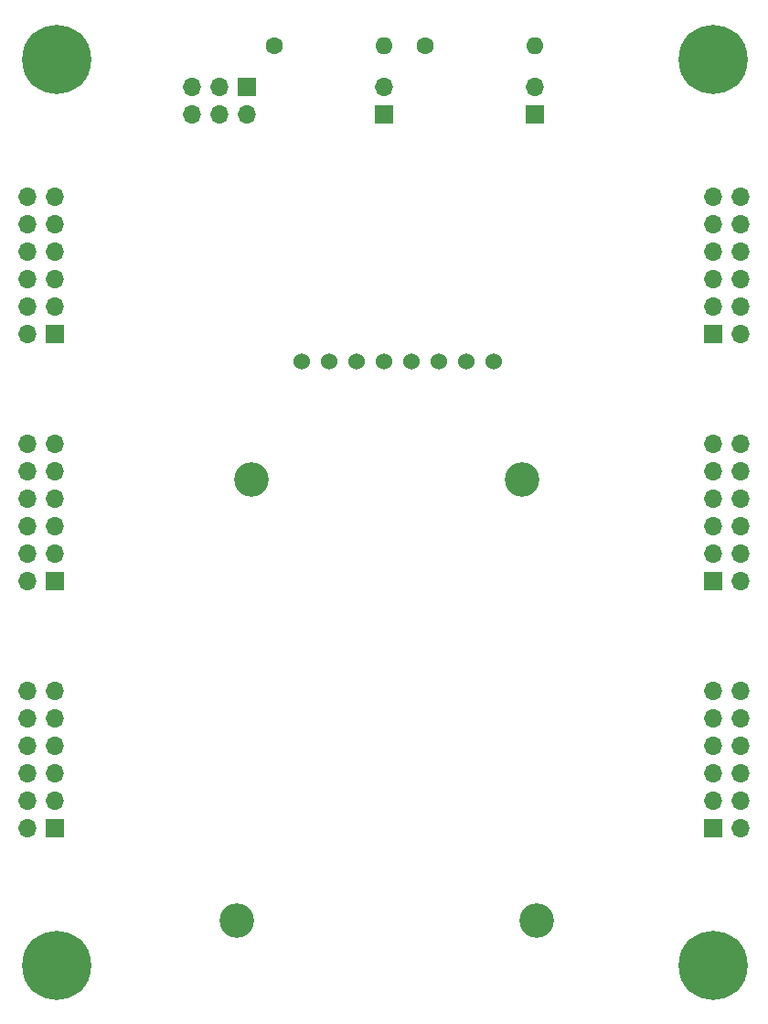
<source format=gbr>
%TF.GenerationSoftware,KiCad,Pcbnew,(6.0.1)*%
%TF.CreationDate,2022-02-02T16:31:26+01:00*%
%TF.ProjectId,modules_board,6d6f6475-6c65-4735-9f62-6f6172642e6b,rev?*%
%TF.SameCoordinates,Original*%
%TF.FileFunction,Soldermask,Bot*%
%TF.FilePolarity,Negative*%
%FSLAX46Y46*%
G04 Gerber Fmt 4.6, Leading zero omitted, Abs format (unit mm)*
G04 Created by KiCad (PCBNEW (6.0.1)) date 2022-02-02 16:31:26*
%MOMM*%
%LPD*%
G01*
G04 APERTURE LIST*
%ADD10R,1.700000X1.700000*%
%ADD11O,1.700000X1.700000*%
%ADD12C,0.800000*%
%ADD13C,6.400000*%
%ADD14C,3.200000*%
%ADD15C,1.524000*%
%ADD16C,1.600000*%
%ADD17O,1.600000X1.600000*%
G04 APERTURE END LIST*
D10*
%TO.C,J1*%
X63500000Y-119380000D03*
D11*
X60960000Y-119380000D03*
X63500000Y-116840000D03*
X60960000Y-116840000D03*
X63500000Y-114300000D03*
X60960000Y-114300000D03*
X63500000Y-111760000D03*
X60960000Y-111760000D03*
X63500000Y-109220000D03*
X60960000Y-109220000D03*
X63500000Y-106680000D03*
X60960000Y-106680000D03*
%TD*%
D10*
%TO.C,J2*%
X63500000Y-96520000D03*
D11*
X60960000Y-96520000D03*
X63500000Y-93980000D03*
X60960000Y-93980000D03*
X63500000Y-91440000D03*
X60960000Y-91440000D03*
X63500000Y-88900000D03*
X60960000Y-88900000D03*
X63500000Y-86360000D03*
X60960000Y-86360000D03*
X63500000Y-83820000D03*
X60960000Y-83820000D03*
%TD*%
D10*
%TO.C,J3*%
X63500000Y-73660000D03*
D11*
X60960000Y-73660000D03*
X63500000Y-71120000D03*
X60960000Y-71120000D03*
X63500000Y-68580000D03*
X60960000Y-68580000D03*
X63500000Y-66040000D03*
X60960000Y-66040000D03*
X63500000Y-63500000D03*
X60960000Y-63500000D03*
X63500000Y-60960000D03*
X60960000Y-60960000D03*
%TD*%
D10*
%TO.C,J7*%
X124460000Y-119380000D03*
D11*
X127000000Y-119380000D03*
X124460000Y-116840000D03*
X127000000Y-116840000D03*
X124460000Y-114300000D03*
X127000000Y-114300000D03*
X124460000Y-111760000D03*
X127000000Y-111760000D03*
X124460000Y-109220000D03*
X127000000Y-109220000D03*
X124460000Y-106680000D03*
X127000000Y-106680000D03*
%TD*%
D10*
%TO.C,J8*%
X124460000Y-96520000D03*
D11*
X127000000Y-96520000D03*
X124460000Y-93980000D03*
X127000000Y-93980000D03*
X124460000Y-91440000D03*
X127000000Y-91440000D03*
X124460000Y-88900000D03*
X127000000Y-88900000D03*
X124460000Y-86360000D03*
X127000000Y-86360000D03*
X124460000Y-83820000D03*
X127000000Y-83820000D03*
%TD*%
D10*
%TO.C,J9*%
X124460000Y-73660000D03*
D11*
X127000000Y-73660000D03*
X124460000Y-71120000D03*
X127000000Y-71120000D03*
X124460000Y-68580000D03*
X127000000Y-68580000D03*
X124460000Y-66040000D03*
X127000000Y-66040000D03*
X124460000Y-63500000D03*
X127000000Y-63500000D03*
X124460000Y-60960000D03*
X127000000Y-60960000D03*
%TD*%
D12*
%TO.C,H1*%
X66040000Y-48260000D03*
X61942944Y-49957056D03*
X63640000Y-45860000D03*
X65337056Y-46562944D03*
X63640000Y-50660000D03*
X61240000Y-48260000D03*
X65337056Y-49957056D03*
D13*
X63640000Y-48260000D03*
D12*
X61942944Y-46562944D03*
%TD*%
D13*
%TO.C,H2*%
X63640000Y-132080000D03*
D12*
X63640000Y-134480000D03*
X66040000Y-132080000D03*
X65337056Y-133777056D03*
X61240000Y-132080000D03*
X61942944Y-130382944D03*
X65337056Y-130382944D03*
X63640000Y-129680000D03*
X61942944Y-133777056D03*
%TD*%
%TO.C,H3*%
X126860000Y-48260000D03*
D13*
X124460000Y-48260000D03*
D12*
X124460000Y-45860000D03*
X122060000Y-48260000D03*
X126157056Y-46562944D03*
X124460000Y-50660000D03*
X122762944Y-49957056D03*
X122762944Y-46562944D03*
X126157056Y-49957056D03*
%TD*%
%TO.C,H4*%
X122762944Y-133777056D03*
X122060000Y-132080000D03*
X122762944Y-130382944D03*
X126157056Y-130382944D03*
X126860000Y-132080000D03*
X124460000Y-134480000D03*
D13*
X124460000Y-132080000D03*
D12*
X126157056Y-133777056D03*
X124460000Y-129680000D03*
%TD*%
D14*
%TO.C,U1*%
X106740000Y-87200000D03*
X80340000Y-128000000D03*
X81740000Y-87200000D03*
X108140000Y-128000000D03*
D15*
X86360000Y-76200000D03*
X88900000Y-76200000D03*
X91440000Y-76200000D03*
X93980000Y-76200000D03*
X96520000Y-76200000D03*
X99060000Y-76200000D03*
X101600000Y-76200000D03*
X104140000Y-76200000D03*
%TD*%
D10*
%TO.C,J4*%
X81280000Y-50800000D03*
D11*
X81280000Y-53340000D03*
X78740000Y-50800000D03*
X78740000Y-53340000D03*
X76200000Y-50800000D03*
X76200000Y-53340000D03*
%TD*%
D10*
%TO.C,J10*%
X107950000Y-53340000D03*
D11*
X107950000Y-50800000D03*
%TD*%
D10*
%TO.C,J11*%
X93980000Y-53340000D03*
D11*
X93980000Y-50800000D03*
%TD*%
D16*
%TO.C,R2*%
X83820000Y-46990000D03*
D17*
X93980000Y-46990000D03*
%TD*%
D16*
%TO.C,R1*%
X97790000Y-46990000D03*
D17*
X107950000Y-46990000D03*
%TD*%
M02*

</source>
